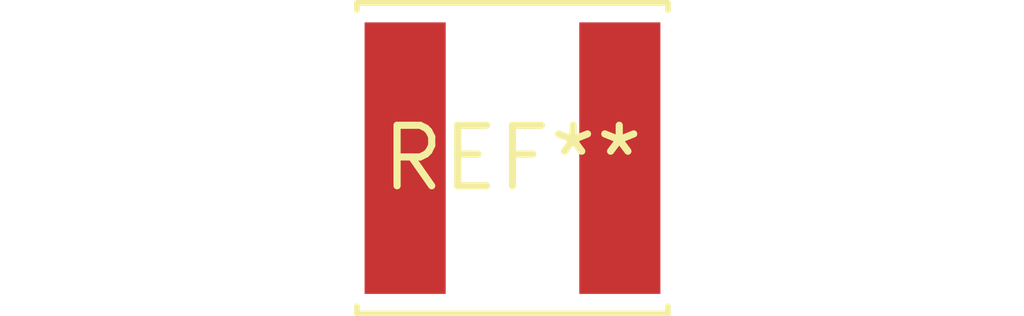
<source format=kicad_pcb>
(kicad_pcb (version 20240108) (generator pcbnew)
  (layers (0 "F.Cu" signal) (31 "B.Cu" signal) (34 "B.Paste" user) (35 "F.Paste" user) (36 "B.SilkS" user "B.Silkscreen") (37 "F.SilkS" user "F.Silkscreen") (38 "B.Mask" user) (39 "F.Mask" user) (44 "Edge.Cuts" user))
  (net 0 "")
  (footprint "L_Sunlord_SWPA6040S" (layer "F.Cu") (at 0 0)
    (property "Reference" "REF**")
    (property "Value" "L_Sunlord_SWPA6040S")
    (fp_line (start -3.26 -3.26) (end -3.26 -3.11) (layer "F.SilkS") (stroke (width 0.12)))
    (fp_line (start -3.26 -3.26) (end 3.26 -3.26) (layer "F.SilkS") (stroke (width 0.12)))
    (fp_line (start -3.26 3.26) (end -3.26 3.11) (layer "F.SilkS") (stroke (width 0.12)))
    (fp_line (start -3.26 3.26) (end 3.26 3.26) (layer "F.SilkS") (stroke (width 0.12)))
    (fp_line (start 3.26 -3.26) (end 3.26 -3.11) (layer "F.SilkS") (stroke (width 0.12)))
    (fp_line (start 3.26 3.26) (end 3.26 3.11) (layer "F.SilkS") (stroke (width 0.12)))
    (pad "1" smd rect (at -2.25 0) (size 1.7 5.7) (layers "F.Cu" "F.Paste" "F.Mask"))
    (pad "2" smd rect (at 2.25 0) (size 1.7 5.7) (layers "F.Cu" "F.Paste" "F.Mask"))
  )
)
</source>
